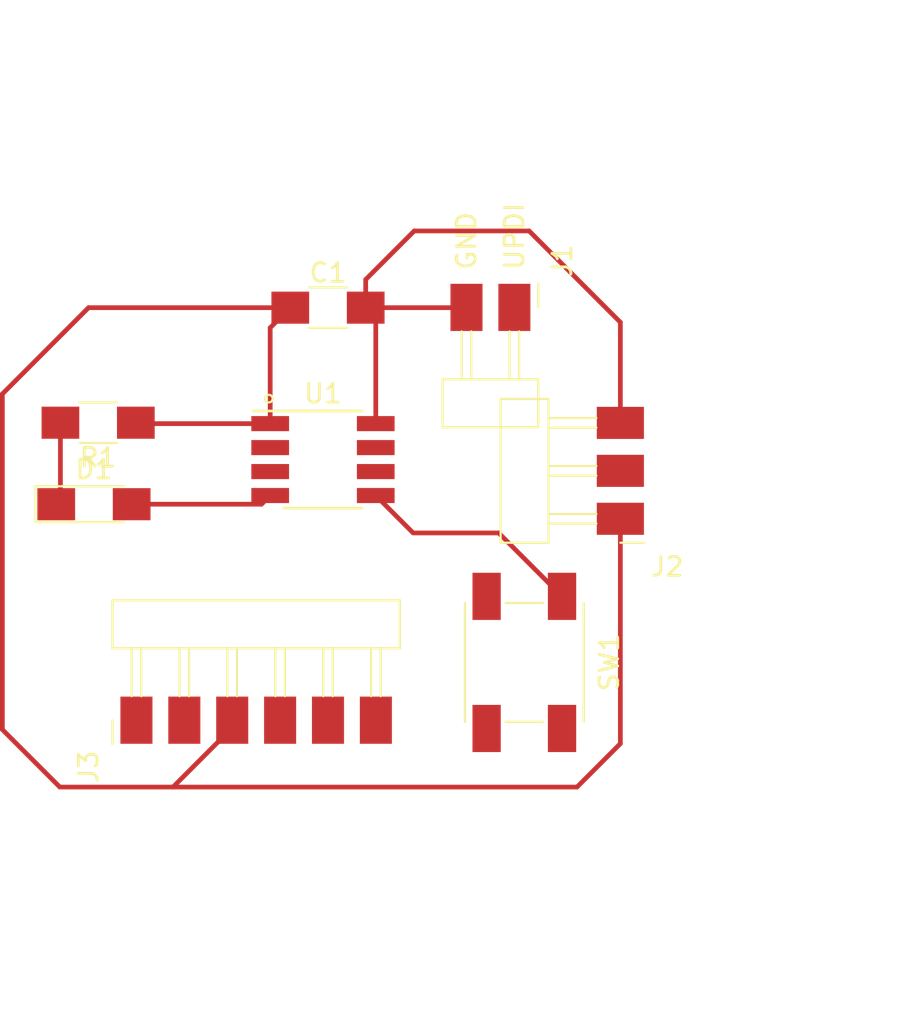
<source format=kicad_pcb>
(kicad_pcb (version 20211014) (generator pcbnew)
  (layers (0 "F.Cu" signal) (31 "B.Cu" signal) (34 "B.Paste" user) (35 "F.Paste" user) (36 "B.SilkS" user "B.Silkscreen") (37 "F.SilkS" user "F.Silkscreen") (38 "B.Mask" user) (39 "F.Mask" user) (44 "Edge.Cuts" user))
  (net 0 "")
  (net 1 "Net-(J1-Pad2)")
  (net 2 "Net-(J1-Pad1)")
  (net 3 "Net-(C1-Pad1)")
  (net 5 "Net-(D1-Pad1)")
  (net 6 "Net-(J2-Pad2)")
  (net 7 "Net-(SW1-Pad1)")
  (net 8 "Net-(D1-Pad2)")
  (net 10 "Net-(U1-Pad2)")
  (net 11 "Net-(U1-Pad3)")
  (footprint "fab:Button_Omron_B3SN_6x6mm" (layer "F.Cu") (at 238.252 64.516 -90)
    (fp_text reference "SW1" (at 0 -4.5 90) (layer "F.SilkS"))
    (fp_text value "SW_Push")
    (fp_line (start 3.15 3.15) (end -3.15 3.15) (layer "F.SilkS") (width 0.12))
    (fp_line (start -3.15 1) (end -3.15 -1) (layer "F.SilkS") (width 0.12))
    (fp_line (start 3.15 -1) (end 3.15 1) (layer "F.SilkS") (width 0.12))
    (fp_line (start -3.15 -3.15) (end 3.15 -3.15) (layer "F.SilkS") (width 0.12))
    (pad "1" smd rect locked (at -3.5 -2 270) (size 2.5 1.5) (layers "F.Cu" "F.Paste" "F.Mask") (net 7 "Net-(SW1-Pad1)"))
    (pad "1" smd rect locked (at 3.5 -2 270) (size 2.5 1.5) (layers "F.Cu" "F.Paste" "F.Mask") (net 7 "Net-(SW1-Pad1)"))
    (pad "2" smd rect locked (at -3.5 2 270) (size 2.5 1.5) (layers "F.Cu" "F.Paste" "F.Mask") (net 1 "Net-(J1-Pad2)"))
    (pad "2" smd rect locked (at 3.5 2 270) (size 2.5 1.5) (layers "F.Cu" "F.Paste" "F.Mask") (net 1 "Net-(J1-Pad2)"))
  )
  (footprint "fab:LED_1206" (layer "F.Cu") (at 215.424 56.134)
    (fp_text reference "D1" (at 0 -1.85) (layer "F.SilkS"))
    (fp_text value "LED")
    (fp_line (start -3.1 0.95) (end 1.6 0.95) (layer "F.SilkS") (width 0.12))
    (fp_line (start -3.1 -0.95) (end 1.6 -0.95) (layer "F.SilkS") (width 0.12))
    (fp_line (start -3.1 -0.95) (end -3.1 0.95) (layer "F.SilkS") (width 0.12))
    (pad "1" smd rect locked (at -2 0) (size 2 1.7) (layers "F.Cu" "F.Paste" "F.Mask") (net 5 "Net-(D1-Pad1)"))
    (pad "2" smd rect locked (at 2 0) (size 2 1.7) (layers "F.Cu" "F.Paste" "F.Mask") (net 8 "Net-(D1-Pad2)"))
  )
  (footprint "fab:SOIC-8_3.9x4.9mm_P1.27mm" (layer "F.Cu") (at 227.572 53.769)
    (fp_text reference "U1" (at 0 -3.5) (layer "F.SilkS"))
    (fp_text value "Microcontroller_ATtiny412_SSFR")
    (fp_line (start -3.69 -2.575) (end 2.075 -2.575) (layer "F.SilkS") (width 0.15))
    (fp_line (start -2.075 2.575) (end 2.075 2.575) (layer "F.SilkS") (width 0.15))
    (fp_circle (center -2.87 -3.23) (end -2.67 -3.23) (layer "F.SilkS") (width 0.12) (fill none))
    (pad "1" smd rect locked (at -2.8 -1.905) (size 2 0.8) (layers "F.Cu" "F.Paste" "F.Mask") (net 3 "Net-(C1-Pad1)"))
    (pad "2" smd rect locked (at -2.8 -0.635) (size 2 0.8) (layers "F.Cu" "F.Paste" "F.Mask") (net 10 "Net-(U1-Pad2)"))
    (pad "3" smd rect locked (at -2.8 0.635) (size 2 0.8) (layers "F.Cu" "F.Paste" "F.Mask") (net 11 "Net-(U1-Pad3)"))
    (pad "4" smd rect locked (at -2.8 1.905) (size 2 0.8) (layers "F.Cu" "F.Paste" "F.Mask") (net 8 "Net-(D1-Pad2)"))
    (pad "5" smd rect locked (at 2.8 1.905) (size 2 0.8) (layers "F.Cu" "F.Paste" "F.Mask") (net 7 "Net-(SW1-Pad1)"))
    (pad "6" smd rect locked (at 2.8 0.635) (size 2 0.8) (layers "F.Cu" "F.Paste" "F.Mask") (net 6 "Net-(J2-Pad2)"))
    (pad "7" smd rect locked (at 2.8 -0.635) (size 2 0.8) (layers "F.Cu" "F.Paste" "F.Mask") (net 2 "Net-(J1-Pad1)"))
    (pad "8" smd rect locked (at 2.8 -1.905) (size 2 0.8) (layers "F.Cu" "F.Paste" "F.Mask") (net 1 "Net-(J1-Pad2)"))
  )
  (footprint "fab:PinHeader_1x06_P2.54mm_Horizontal_SMD" (layer "F.Cu") (at 217.678 67.578 90)
    (fp_text reference "J3" (at -1.524 -2.54 90) (layer "F.SilkS") (effects (justify right)))
    (fp_text value "Conn_PinHeader_1x06_P2.54mm_Horizontal_SMD")
    (fp_line (start 3.81 12.446) (end 1.27 12.446) (layer "F.SilkS") (width 0.12))
    (fp_line (start 3.81 -0.254) (end 1.27 -0.254) (layer "F.SilkS") (width 0.12))
    (fp_line (start 3.81 7.366) (end 1.27 7.366) (layer "F.SilkS") (width 0.12))
    (fp_line (start 6.35 13.97) (end 3.81 13.97) (layer "F.SilkS") (width 0.12))
    (fp_line (start 3.81 -1.27) (end 6.35 -1.27) (layer "F.SilkS") (width 0.12))
    (fp_line (start 3.81 2.794) (end 1.27 2.794) (layer "F.SilkS") (width 0.12))
    (fp_line (start 3.81 12.954) (end 1.27 12.954) (layer "F.SilkS") (width 0.12))
    (fp_line (start 3.81 13.97) (end 3.81 -1.27) (layer "F.SilkS") (width 0.12))
    (fp_line (start 3.81 4.826) (end 1.27 4.826) (layer "F.SilkS") (width 0.12))
    (fp_line (start -1.27 -1.27) (end 0 -1.27) (layer "F.SilkS") (width 0.12))
    (fp_line (start 3.81 0.254) (end 1.27 0.254) (layer "F.SilkS") (width 0.12))
    (fp_line (start 3.81 7.874) (end 1.27 7.874) (layer "F.SilkS") (width 0.12))
    (fp_line (start 3.81 10.414) (end 1.27 10.414) (layer "F.SilkS") (width 0.12))
    (fp_line (start 3.81 2.286) (end 1.27 2.286) (layer "F.SilkS") (width 0.12))
    (fp_line (start 3.81 9.906) (end 1.27 9.906) (layer "F.SilkS") (width 0.12))
    (fp_line (start 6.35 -1.27) (end 6.35 13.97) (layer "F.SilkS") (width 0.12))
    (fp_line (start 3.81 5.334) (end 1.27 5.334) (layer "F.SilkS") (width 0.12))
    (pad "1" smd rect locked (at 0 0 90) (size 2.5 1.7) (layers "F.Cu" "F.Paste" "F.Mask"))
    (pad "2" smd rect locked (at 0 2.54 90) (size 2.5 1.7) (layers "F.Cu" "F.Paste" "F.Mask"))
    (pad "3" smd rect locked (at 0 5.08 90) (size 2.5 1.7) (layers "F.Cu" "F.Paste" "F.Mask") (net 3 "Net-(C1-Pad1)"))
    (pad "4" smd rect locked (at 0 7.62 90) (size 2.5 1.7) (layers "F.Cu" "F.Paste" "F.Mask") (net 1 "Net-(J1-Pad2)"))
    (pad "5" smd rect locked (at 0 10.16 90) (size 2.5 1.7) (layers "F.Cu" "F.Paste" "F.Mask") (net 10 "Net-(U1-Pad2)"))
    (pad "6" smd rect locked (at 0 12.7 90) (size 2.5 1.7) (layers "F.Cu" "F.Paste" "F.Mask") (net 11 "Net-(U1-Pad3)"))
  )
  (footprint "fab:R_1206" (layer "F.Cu") (at 215.646 51.816 180)
    (fp_text reference "R1" (at 0 -1.85) (layer "F.SilkS"))
    (fp_text value "R")
    (fp_line (start 1 1.07) (end -1 1.07) (layer "F.SilkS") (width 0.12))
    (fp_line (start -1 -1.07) (end 1 -1.07) (layer "F.SilkS") (width 0.12))
    (pad "1" smd rect locked (at -2 0 180) (size 2 1.7) (layers "F.Cu" "F.Paste" "F.Mask") (net 3 "Net-(C1-Pad1)"))
    (pad "2" smd rect locked (at 2 0 180) (size 2 1.7) (layers "F.Cu" "F.Paste" "F.Mask") (net 5 "Net-(D1-Pad1)"))
  )
  (footprint "fab:PinHeader_UPDI_01x02_P2.54mm_Horizontal_SMD" (layer "F.Cu") (at 237.724 45.706 -90)
    (fp_text reference "J1" (at -1.524 -2.54 90) (layer "F.SilkS") (effects (justify left)))
    (fp_text value "Conn_PinHeader_1x02_P2.54mm_Horizontal_SMD")
    (fp_text user "UPDI" (at -1.905 0 90) (layer "F.SilkS") (effects (justify left)))
    (fp_text user "GND" (at -1.905 2.54 90) (layer "F.SilkS") (effects (justify left)))
    (fp_line (start 6.35 -1.27) (end 6.35 3.81) (layer "F.SilkS") (width 0.12))
    (fp_line (start 3.81 2.794) (end 1.27 2.794) (layer "F.SilkS") (width 0.12))
    (fp_line (start 3.81 3.81) (end 3.81 -1.27) (layer "F.SilkS") (width 0.12))
    (fp_line (start 3.81 -1.27) (end 6.35 -1.27) (layer "F.SilkS") (width 0.12))
    (fp_line (start 3.81 -0.254) (end 1.27 -0.254) (layer "F.SilkS") (width 0.12))
    (fp_line (start 6.35 3.81) (end 3.81 3.81) (layer "F.SilkS") (width 0.12))
    (fp_line (start 3.81 2.286) (end 1.27 2.286) (layer "F.SilkS") (width 0.12))
    (fp_line (start -1.27 -1.27) (end 0 -1.27) (layer "F.SilkS") (width 0.12))
    (fp_line (start 3.81 0.254) (end 1.27 0.254) (layer "F.SilkS") (width 0.12))
    (pad "1" smd rect locked (at 0 0 270) (size 2.5 1.7) (layers "F.Cu" "F.Paste" "F.Mask") (net 2 "Net-(J1-Pad1)"))
    (pad "2" smd rect locked (at 0 2.54 270) (size 2.5 1.7) (layers "F.Cu" "F.Paste" "F.Mask") (net 1 "Net-(J1-Pad2)"))
  )
  (footprint "fab:C_1206" (layer "F.Cu") (at 227.838 45.72)
    (fp_text reference "C1" (at 0 -1.85) (layer "F.SilkS"))
    (fp_text value "C")
    (fp_line (start -1 -1.07) (end 1 -1.07) (layer "F.SilkS") (width 0.12))
    (fp_line (start 1 1.07) (end -1 1.07) (layer "F.SilkS") (width 0.12))
    (pad "1" smd rect locked (at -2 0) (size 2 1.7) (layers "F.Cu" "F.Paste" "F.Mask") (net 3 "Net-(C1-Pad1)"))
    (pad "2" smd rect locked (at 2 0) (size 2 1.7) (layers "F.Cu" "F.Paste" "F.Mask") (net 1 "Net-(J1-Pad2)"))
  )
  (footprint "fab:PinHeader_1x03_P2.54mm_Horizontal_SMD" (layer "F.Cu") (at 243.346 56.906 180)
    (fp_text reference "J2" (at -1.524 -2.54) (layer "F.SilkS") (effects (justify left)))
    (fp_text value "Conn_PinHeader_1x03_P2.54mm_Horizontal_SMD")
    (fp_line (start 3.81 -1.27) (end 6.35 -1.27) (layer "F.SilkS") (width 0.12))
    (fp_line (start 3.81 4.826) (end 1.27 4.826) (layer "F.SilkS") (width 0.12))
    (fp_line (start 3.81 6.35) (end 3.81 -1.27) (layer "F.SilkS") (width 0.12))
    (fp_line (start 3.81 5.334) (end 1.27 5.334) (layer "F.SilkS") (width 0.12))
    (fp_line (start -1.27 -1.27) (end 0 -1.27) (layer "F.SilkS") (width 0.12))
    (fp_line (start 3.81 -0.254) (end 1.27 -0.254) (layer "F.SilkS") (width 0.12))
    (fp_line (start 6.35 6.35) (end 3.81 6.35) (layer "F.SilkS") (width 0.12))
    (fp_line (start 3.81 2.794) (end 1.27 2.794) (layer "F.SilkS") (width 0.12))
    (fp_line (start 6.35 -1.27) (end 6.35 6.35) (layer "F.SilkS") (width 0.12))
    (fp_line (start 3.81 2.286) (end 1.27 2.286) (layer "F.SilkS") (width 0.12))
    (fp_line (start 3.81 0.254) (end 1.27 0.254) (layer "F.SilkS") (width 0.12))
    (pad "1" smd rect locked (at 0 0 180) (size 2.5 1.7) (layers "F.Cu" "F.Paste" "F.Mask") (net 3 "Net-(C1-Pad1)"))
    (pad "2" smd rect locked (at 0 2.54 180) (size 2.5 1.7) (layers "F.Cu" "F.Paste" "F.Mask") (net 6 "Net-(J2-Pad2)"))
    (pad "3" smd rect locked (at 0 5.08 180) (size 2.5 1.7) (layers "F.Cu" "F.Paste" "F.Mask") (net 1 "Net-(J1-Pad2)"))
  )
  (segment (start 230.372 51.864) (end 230.372 46.254) (width 0.25) (layer "F.Cu") (net 1))
  (segment (start 235.17 45.72) (end 235.184 45.706) (width 0.25) (layer "F.Cu") (net 1))
  (segment (start 232.41 41.656) (end 238.506 41.656) (width 0.25) (layer "F.Cu") (net 1))
  (segment (start 238.506 41.656) (end 243.346 46.496) (width 0.25) (layer "F.Cu") (net 1))
  (segment (start 229.838 45.72) (end 235.17 45.72) (width 0.25) (layer "F.Cu") (net 1))
  (segment (start 229.838 44.228) (end 232.41 41.656) (width 0.25) (layer "F.Cu") (net 1))
  (segment (start 230.372 46.254) (end 229.838 45.72) (width 0.25) (layer "F.Cu") (net 1))
  (segment (start 243.346 46.496) (end 243.346 51.826) (width 0.25) (layer "F.Cu") (net 1))
  (segment (start 229.838 45.72) (end 229.838 44.228) (width 0.25) (layer "F.Cu") (net 1))
  (segment (start 224.772 51.864) (end 217.694 51.864) (width 0.25) (layer "F.Cu") (net 3))
  (segment (start 213.614 71.12) (end 219.616 71.12) (width 0.25) (layer "F.Cu") (net 3))
  (segment (start 224.772 46.786) (end 225.838 45.72) (width 0.25) (layer "F.Cu") (net 3))
  (segment (start 215.138 45.72) (end 210.566 50.292) (width 0.25) (layer "F.Cu") (net 3))
  (segment (start 243.346 68.82) (end 243.346 56.906) (width 0.25) (layer "F.Cu") (net 3))
  (segment (start 210.566 50.292) (end 210.566 68.072) (width 0.25) (layer "F.Cu") (net 3))
  (segment (start 225.838 45.72) (end 215.138 45.72) (width 0.25) (layer "F.Cu") (net 3))
  (segment (start 210.566 68.072) (end 213.614 71.12) (width 0.25) (layer "F.Cu") (net 3))
  (segment (start 224.772 51.864) (end 224.772 46.786) (width 0.25) (layer "F.Cu") (net 3))
  (segment (start 219.616 71.12) (end 222.758 67.978) (width 0.25) (layer "F.Cu") (net 3))
  (segment (start 217.694 51.864) (end 217.646 51.816) (width 0.25) (layer "F.Cu") (net 3))
  (segment (start 222.758 67.978) (end 222.758 67.578) (width 0.25) (layer "F.Cu") (net 3))
  (segment (start 219.616 71.12) (end 241.046 71.12) (width 0.25) (layer "F.Cu") (net 3))
  (segment (start 241.046 71.12) (end 243.346 68.82) (width 0.25) (layer "F.Cu") (net 3))
  (segment (start 213.646 55.912) (end 213.424 56.134) (width 0.25) (layer "F.Cu") (net 5))
  (segment (start 213.646 51.816) (end 213.646 55.912) (width 0.25) (layer "F.Cu") (net 5))
  (segment (start 240.252 61.016) (end 236.894 57.658) (width 0.25) (layer "F.Cu") (net 7))
  (segment (start 232.356 57.658) (end 230.372 55.674) (width 0.25) (layer "F.Cu") (net 7))
  (segment (start 236.894 57.658) (end 232.356 57.658) (width 0.25) (layer "F.Cu") (net 7))
  (segment (start 217.424 56.134) (end 224.312 56.134) (width 0.25) (layer "F.Cu") (net 8))
  (segment (start 224.312 56.134) (end 224.772 55.674) (width 0.25) (layer "F.Cu") (net 8))
)
</source>
